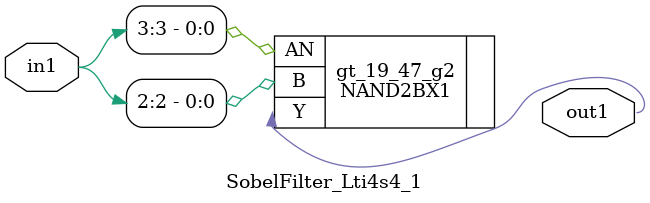
<source format=v>
`timescale 1ps / 1ps


module SobelFilter_Lti4s4_1(in1, out1);
  input [3:0] in1;
  output out1;
  wire [3:0] in1;
  wire out1;
  NAND2BX1 gt_19_47_g2(.AN (in1[3]), .B (in1[2]), .Y (out1));
endmodule


</source>
